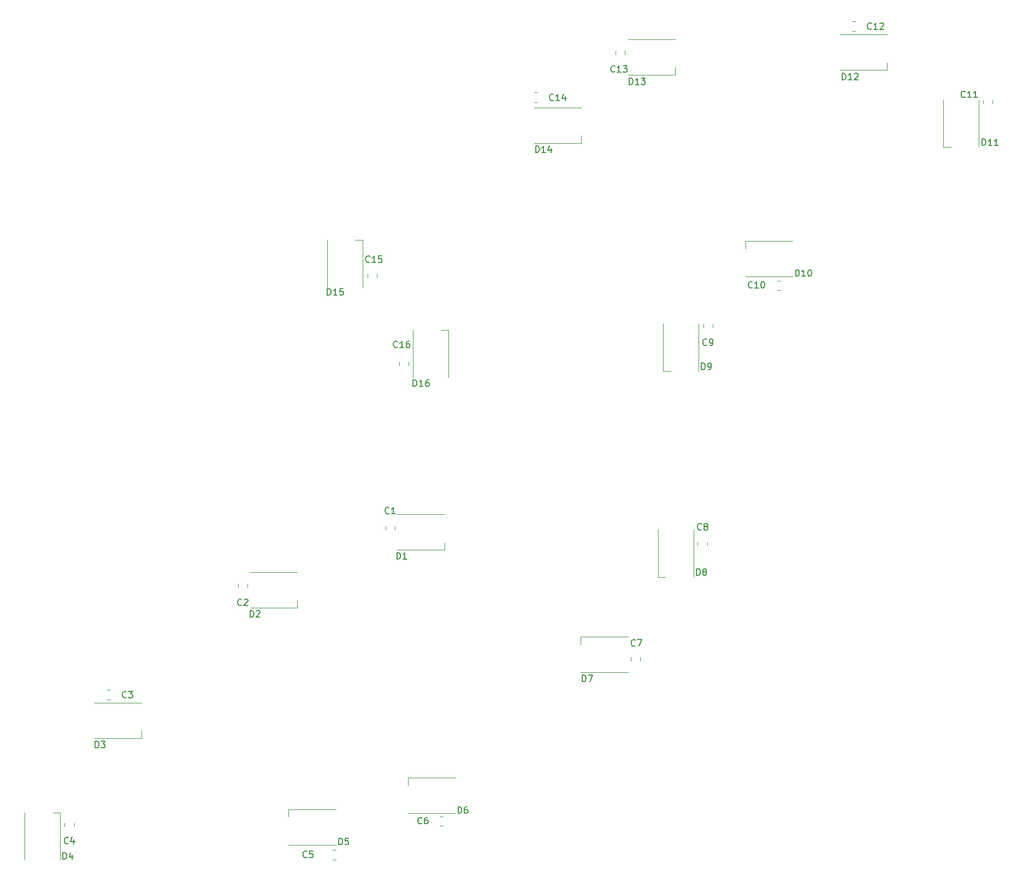
<source format=gbr>
%TF.GenerationSoftware,KiCad,Pcbnew,(6.0.1)*%
%TF.CreationDate,2022-03-23T16:25:01+01:00*%
%TF.ProjectId,pcb_v1,7063625f-7631-42e6-9b69-6361645f7063,v1*%
%TF.SameCoordinates,Original*%
%TF.FileFunction,Legend,Top*%
%TF.FilePolarity,Positive*%
%FSLAX46Y46*%
G04 Gerber Fmt 4.6, Leading zero omitted, Abs format (unit mm)*
G04 Created by KiCad (PCBNEW (6.0.1)) date 2022-03-23 16:25:01*
%MOMM*%
%LPD*%
G01*
G04 APERTURE LIST*
%ADD10C,0.150000*%
%ADD11C,0.120000*%
G04 APERTURE END LIST*
D10*
%TO.C,C13*%
X165537142Y-44677142D02*
X165489523Y-44724761D01*
X165346666Y-44772380D01*
X165251428Y-44772380D01*
X165108571Y-44724761D01*
X165013333Y-44629523D01*
X164965714Y-44534285D01*
X164918095Y-44343809D01*
X164918095Y-44200952D01*
X164965714Y-44010476D01*
X165013333Y-43915238D01*
X165108571Y-43820000D01*
X165251428Y-43772380D01*
X165346666Y-43772380D01*
X165489523Y-43820000D01*
X165537142Y-43867619D01*
X166489523Y-44772380D02*
X165918095Y-44772380D01*
X166203809Y-44772380D02*
X166203809Y-43772380D01*
X166108571Y-43915238D01*
X166013333Y-44010476D01*
X165918095Y-44058095D01*
X166822857Y-43772380D02*
X167441904Y-43772380D01*
X167108571Y-44153333D01*
X167251428Y-44153333D01*
X167346666Y-44200952D01*
X167394285Y-44248571D01*
X167441904Y-44343809D01*
X167441904Y-44581904D01*
X167394285Y-44677142D01*
X167346666Y-44724761D01*
X167251428Y-44772380D01*
X166965714Y-44772380D01*
X166870476Y-44724761D01*
X166822857Y-44677142D01*
%TO.C,D10*%
X193565714Y-76392380D02*
X193565714Y-75392380D01*
X193803809Y-75392380D01*
X193946666Y-75440000D01*
X194041904Y-75535238D01*
X194089523Y-75630476D01*
X194137142Y-75820952D01*
X194137142Y-75963809D01*
X194089523Y-76154285D01*
X194041904Y-76249523D01*
X193946666Y-76344761D01*
X193803809Y-76392380D01*
X193565714Y-76392380D01*
X195089523Y-76392380D02*
X194518095Y-76392380D01*
X194803809Y-76392380D02*
X194803809Y-75392380D01*
X194708571Y-75535238D01*
X194613333Y-75630476D01*
X194518095Y-75678095D01*
X195708571Y-75392380D02*
X195803809Y-75392380D01*
X195899047Y-75440000D01*
X195946666Y-75487619D01*
X195994285Y-75582857D01*
X196041904Y-75773333D01*
X196041904Y-76011428D01*
X195994285Y-76201904D01*
X195946666Y-76297142D01*
X195899047Y-76344761D01*
X195803809Y-76392380D01*
X195708571Y-76392380D01*
X195613333Y-76344761D01*
X195565714Y-76297142D01*
X195518095Y-76201904D01*
X195470476Y-76011428D01*
X195470476Y-75773333D01*
X195518095Y-75582857D01*
X195565714Y-75487619D01*
X195613333Y-75440000D01*
X195708571Y-75392380D01*
%TO.C,C4*%
X80813333Y-164207142D02*
X80765714Y-164254761D01*
X80622857Y-164302380D01*
X80527619Y-164302380D01*
X80384761Y-164254761D01*
X80289523Y-164159523D01*
X80241904Y-164064285D01*
X80194285Y-163873809D01*
X80194285Y-163730952D01*
X80241904Y-163540476D01*
X80289523Y-163445238D01*
X80384761Y-163350000D01*
X80527619Y-163302380D01*
X80622857Y-163302380D01*
X80765714Y-163350000D01*
X80813333Y-163397619D01*
X81670476Y-163635714D02*
X81670476Y-164302380D01*
X81432380Y-163254761D02*
X81194285Y-163969047D01*
X81813333Y-163969047D01*
%TO.C,D2*%
X109011904Y-129202380D02*
X109011904Y-128202380D01*
X109250000Y-128202380D01*
X109392857Y-128250000D01*
X109488095Y-128345238D01*
X109535714Y-128440476D01*
X109583333Y-128630952D01*
X109583333Y-128773809D01*
X109535714Y-128964285D01*
X109488095Y-129059523D01*
X109392857Y-129154761D01*
X109250000Y-129202380D01*
X109011904Y-129202380D01*
X109964285Y-128297619D02*
X110011904Y-128250000D01*
X110107142Y-128202380D01*
X110345238Y-128202380D01*
X110440476Y-128250000D01*
X110488095Y-128297619D01*
X110535714Y-128392857D01*
X110535714Y-128488095D01*
X110488095Y-128630952D01*
X109916666Y-129202380D01*
X110535714Y-129202380D01*
%TO.C,C14*%
X156047142Y-49097142D02*
X155999523Y-49144761D01*
X155856666Y-49192380D01*
X155761428Y-49192380D01*
X155618571Y-49144761D01*
X155523333Y-49049523D01*
X155475714Y-48954285D01*
X155428095Y-48763809D01*
X155428095Y-48620952D01*
X155475714Y-48430476D01*
X155523333Y-48335238D01*
X155618571Y-48240000D01*
X155761428Y-48192380D01*
X155856666Y-48192380D01*
X155999523Y-48240000D01*
X156047142Y-48287619D01*
X156999523Y-49192380D02*
X156428095Y-49192380D01*
X156713809Y-49192380D02*
X156713809Y-48192380D01*
X156618571Y-48335238D01*
X156523333Y-48430476D01*
X156428095Y-48478095D01*
X157856666Y-48525714D02*
X157856666Y-49192380D01*
X157618571Y-48144761D02*
X157380476Y-48859047D01*
X157999523Y-48859047D01*
%TO.C,C9*%
X179803333Y-87027142D02*
X179755714Y-87074761D01*
X179612857Y-87122380D01*
X179517619Y-87122380D01*
X179374761Y-87074761D01*
X179279523Y-86979523D01*
X179231904Y-86884285D01*
X179184285Y-86693809D01*
X179184285Y-86550952D01*
X179231904Y-86360476D01*
X179279523Y-86265238D01*
X179374761Y-86170000D01*
X179517619Y-86122380D01*
X179612857Y-86122380D01*
X179755714Y-86170000D01*
X179803333Y-86217619D01*
X180279523Y-87122380D02*
X180470000Y-87122380D01*
X180565238Y-87074761D01*
X180612857Y-87027142D01*
X180708095Y-86884285D01*
X180755714Y-86693809D01*
X180755714Y-86312857D01*
X180708095Y-86217619D01*
X180660476Y-86170000D01*
X180565238Y-86122380D01*
X180374761Y-86122380D01*
X180279523Y-86170000D01*
X180231904Y-86217619D01*
X180184285Y-86312857D01*
X180184285Y-86550952D01*
X180231904Y-86646190D01*
X180279523Y-86693809D01*
X180374761Y-86741428D01*
X180565238Y-86741428D01*
X180660476Y-86693809D01*
X180708095Y-86646190D01*
X180755714Y-86550952D01*
%TO.C,D16*%
X134285714Y-93452380D02*
X134285714Y-92452380D01*
X134523809Y-92452380D01*
X134666666Y-92500000D01*
X134761904Y-92595238D01*
X134809523Y-92690476D01*
X134857142Y-92880952D01*
X134857142Y-93023809D01*
X134809523Y-93214285D01*
X134761904Y-93309523D01*
X134666666Y-93404761D01*
X134523809Y-93452380D01*
X134285714Y-93452380D01*
X135809523Y-93452380D02*
X135238095Y-93452380D01*
X135523809Y-93452380D02*
X135523809Y-92452380D01*
X135428571Y-92595238D01*
X135333333Y-92690476D01*
X135238095Y-92738095D01*
X136666666Y-92452380D02*
X136476190Y-92452380D01*
X136380952Y-92500000D01*
X136333333Y-92547619D01*
X136238095Y-92690476D01*
X136190476Y-92880952D01*
X136190476Y-93261904D01*
X136238095Y-93357142D01*
X136285714Y-93404761D01*
X136380952Y-93452380D01*
X136571428Y-93452380D01*
X136666666Y-93404761D01*
X136714285Y-93357142D01*
X136761904Y-93261904D01*
X136761904Y-93023809D01*
X136714285Y-92928571D01*
X136666666Y-92880952D01*
X136571428Y-92833333D01*
X136380952Y-92833333D01*
X136285714Y-92880952D01*
X136238095Y-92928571D01*
X136190476Y-93023809D01*
%TO.C,C11*%
X219857142Y-48607142D02*
X219809523Y-48654761D01*
X219666666Y-48702380D01*
X219571428Y-48702380D01*
X219428571Y-48654761D01*
X219333333Y-48559523D01*
X219285714Y-48464285D01*
X219238095Y-48273809D01*
X219238095Y-48130952D01*
X219285714Y-47940476D01*
X219333333Y-47845238D01*
X219428571Y-47750000D01*
X219571428Y-47702380D01*
X219666666Y-47702380D01*
X219809523Y-47750000D01*
X219857142Y-47797619D01*
X220809523Y-48702380D02*
X220238095Y-48702380D01*
X220523809Y-48702380D02*
X220523809Y-47702380D01*
X220428571Y-47845238D01*
X220333333Y-47940476D01*
X220238095Y-47988095D01*
X221761904Y-48702380D02*
X221190476Y-48702380D01*
X221476190Y-48702380D02*
X221476190Y-47702380D01*
X221380952Y-47845238D01*
X221285714Y-47940476D01*
X221190476Y-47988095D01*
%TO.C,C5*%
X117833333Y-166357142D02*
X117785714Y-166404761D01*
X117642857Y-166452380D01*
X117547619Y-166452380D01*
X117404761Y-166404761D01*
X117309523Y-166309523D01*
X117261904Y-166214285D01*
X117214285Y-166023809D01*
X117214285Y-165880952D01*
X117261904Y-165690476D01*
X117309523Y-165595238D01*
X117404761Y-165500000D01*
X117547619Y-165452380D01*
X117642857Y-165452380D01*
X117785714Y-165500000D01*
X117833333Y-165547619D01*
X118738095Y-165452380D02*
X118261904Y-165452380D01*
X118214285Y-165928571D01*
X118261904Y-165880952D01*
X118357142Y-165833333D01*
X118595238Y-165833333D01*
X118690476Y-165880952D01*
X118738095Y-165928571D01*
X118785714Y-166023809D01*
X118785714Y-166261904D01*
X118738095Y-166357142D01*
X118690476Y-166404761D01*
X118595238Y-166452380D01*
X118357142Y-166452380D01*
X118261904Y-166404761D01*
X118214285Y-166357142D01*
%TO.C,C8*%
X178973333Y-115607142D02*
X178925714Y-115654761D01*
X178782857Y-115702380D01*
X178687619Y-115702380D01*
X178544761Y-115654761D01*
X178449523Y-115559523D01*
X178401904Y-115464285D01*
X178354285Y-115273809D01*
X178354285Y-115130952D01*
X178401904Y-114940476D01*
X178449523Y-114845238D01*
X178544761Y-114750000D01*
X178687619Y-114702380D01*
X178782857Y-114702380D01*
X178925714Y-114750000D01*
X178973333Y-114797619D01*
X179544761Y-115130952D02*
X179449523Y-115083333D01*
X179401904Y-115035714D01*
X179354285Y-114940476D01*
X179354285Y-114892857D01*
X179401904Y-114797619D01*
X179449523Y-114750000D01*
X179544761Y-114702380D01*
X179735238Y-114702380D01*
X179830476Y-114750000D01*
X179878095Y-114797619D01*
X179925714Y-114892857D01*
X179925714Y-114940476D01*
X179878095Y-115035714D01*
X179830476Y-115083333D01*
X179735238Y-115130952D01*
X179544761Y-115130952D01*
X179449523Y-115178571D01*
X179401904Y-115226190D01*
X179354285Y-115321428D01*
X179354285Y-115511904D01*
X179401904Y-115607142D01*
X179449523Y-115654761D01*
X179544761Y-115702380D01*
X179735238Y-115702380D01*
X179830476Y-115654761D01*
X179878095Y-115607142D01*
X179925714Y-115511904D01*
X179925714Y-115321428D01*
X179878095Y-115226190D01*
X179830476Y-115178571D01*
X179735238Y-115130952D01*
%TO.C,D7*%
X160511904Y-139202380D02*
X160511904Y-138202380D01*
X160750000Y-138202380D01*
X160892857Y-138250000D01*
X160988095Y-138345238D01*
X161035714Y-138440476D01*
X161083333Y-138630952D01*
X161083333Y-138773809D01*
X161035714Y-138964285D01*
X160988095Y-139059523D01*
X160892857Y-139154761D01*
X160750000Y-139202380D01*
X160511904Y-139202380D01*
X161416666Y-138202380D02*
X162083333Y-138202380D01*
X161654761Y-139202380D01*
%TO.C,D12*%
X200785714Y-45952380D02*
X200785714Y-44952380D01*
X201023809Y-44952380D01*
X201166666Y-45000000D01*
X201261904Y-45095238D01*
X201309523Y-45190476D01*
X201357142Y-45380952D01*
X201357142Y-45523809D01*
X201309523Y-45714285D01*
X201261904Y-45809523D01*
X201166666Y-45904761D01*
X201023809Y-45952380D01*
X200785714Y-45952380D01*
X202309523Y-45952380D02*
X201738095Y-45952380D01*
X202023809Y-45952380D02*
X202023809Y-44952380D01*
X201928571Y-45095238D01*
X201833333Y-45190476D01*
X201738095Y-45238095D01*
X202690476Y-45047619D02*
X202738095Y-45000000D01*
X202833333Y-44952380D01*
X203071428Y-44952380D01*
X203166666Y-45000000D01*
X203214285Y-45047619D01*
X203261904Y-45142857D01*
X203261904Y-45238095D01*
X203214285Y-45380952D01*
X202642857Y-45952380D01*
X203261904Y-45952380D01*
%TO.C,C12*%
X205327142Y-38047142D02*
X205279523Y-38094761D01*
X205136666Y-38142380D01*
X205041428Y-38142380D01*
X204898571Y-38094761D01*
X204803333Y-37999523D01*
X204755714Y-37904285D01*
X204708095Y-37713809D01*
X204708095Y-37570952D01*
X204755714Y-37380476D01*
X204803333Y-37285238D01*
X204898571Y-37190000D01*
X205041428Y-37142380D01*
X205136666Y-37142380D01*
X205279523Y-37190000D01*
X205327142Y-37237619D01*
X206279523Y-38142380D02*
X205708095Y-38142380D01*
X205993809Y-38142380D02*
X205993809Y-37142380D01*
X205898571Y-37285238D01*
X205803333Y-37380476D01*
X205708095Y-37428095D01*
X206660476Y-37237619D02*
X206708095Y-37190000D01*
X206803333Y-37142380D01*
X207041428Y-37142380D01*
X207136666Y-37190000D01*
X207184285Y-37237619D01*
X207231904Y-37332857D01*
X207231904Y-37428095D01*
X207184285Y-37570952D01*
X206612857Y-38142380D01*
X207231904Y-38142380D01*
%TO.C,D6*%
X141231904Y-159572380D02*
X141231904Y-158572380D01*
X141470000Y-158572380D01*
X141612857Y-158620000D01*
X141708095Y-158715238D01*
X141755714Y-158810476D01*
X141803333Y-159000952D01*
X141803333Y-159143809D01*
X141755714Y-159334285D01*
X141708095Y-159429523D01*
X141612857Y-159524761D01*
X141470000Y-159572380D01*
X141231904Y-159572380D01*
X142660476Y-158572380D02*
X142470000Y-158572380D01*
X142374761Y-158620000D01*
X142327142Y-158667619D01*
X142231904Y-158810476D01*
X142184285Y-159000952D01*
X142184285Y-159381904D01*
X142231904Y-159477142D01*
X142279523Y-159524761D01*
X142374761Y-159572380D01*
X142565238Y-159572380D01*
X142660476Y-159524761D01*
X142708095Y-159477142D01*
X142755714Y-159381904D01*
X142755714Y-159143809D01*
X142708095Y-159048571D01*
X142660476Y-159000952D01*
X142565238Y-158953333D01*
X142374761Y-158953333D01*
X142279523Y-159000952D01*
X142231904Y-159048571D01*
X142184285Y-159143809D01*
%TO.C,C16*%
X131857142Y-87357142D02*
X131809523Y-87404761D01*
X131666666Y-87452380D01*
X131571428Y-87452380D01*
X131428571Y-87404761D01*
X131333333Y-87309523D01*
X131285714Y-87214285D01*
X131238095Y-87023809D01*
X131238095Y-86880952D01*
X131285714Y-86690476D01*
X131333333Y-86595238D01*
X131428571Y-86500000D01*
X131571428Y-86452380D01*
X131666666Y-86452380D01*
X131809523Y-86500000D01*
X131857142Y-86547619D01*
X132809523Y-87452380D02*
X132238095Y-87452380D01*
X132523809Y-87452380D02*
X132523809Y-86452380D01*
X132428571Y-86595238D01*
X132333333Y-86690476D01*
X132238095Y-86738095D01*
X133666666Y-86452380D02*
X133476190Y-86452380D01*
X133380952Y-86500000D01*
X133333333Y-86547619D01*
X133238095Y-86690476D01*
X133190476Y-86880952D01*
X133190476Y-87261904D01*
X133238095Y-87357142D01*
X133285714Y-87404761D01*
X133380952Y-87452380D01*
X133571428Y-87452380D01*
X133666666Y-87404761D01*
X133714285Y-87357142D01*
X133761904Y-87261904D01*
X133761904Y-87023809D01*
X133714285Y-86928571D01*
X133666666Y-86880952D01*
X133571428Y-86833333D01*
X133380952Y-86833333D01*
X133285714Y-86880952D01*
X133238095Y-86928571D01*
X133190476Y-87023809D01*
%TO.C,C10*%
X186857142Y-78107142D02*
X186809523Y-78154761D01*
X186666666Y-78202380D01*
X186571428Y-78202380D01*
X186428571Y-78154761D01*
X186333333Y-78059523D01*
X186285714Y-77964285D01*
X186238095Y-77773809D01*
X186238095Y-77630952D01*
X186285714Y-77440476D01*
X186333333Y-77345238D01*
X186428571Y-77250000D01*
X186571428Y-77202380D01*
X186666666Y-77202380D01*
X186809523Y-77250000D01*
X186857142Y-77297619D01*
X187809523Y-78202380D02*
X187238095Y-78202380D01*
X187523809Y-78202380D02*
X187523809Y-77202380D01*
X187428571Y-77345238D01*
X187333333Y-77440476D01*
X187238095Y-77488095D01*
X188428571Y-77202380D02*
X188523809Y-77202380D01*
X188619047Y-77250000D01*
X188666666Y-77297619D01*
X188714285Y-77392857D01*
X188761904Y-77583333D01*
X188761904Y-77821428D01*
X188714285Y-78011904D01*
X188666666Y-78107142D01*
X188619047Y-78154761D01*
X188523809Y-78202380D01*
X188428571Y-78202380D01*
X188333333Y-78154761D01*
X188285714Y-78107142D01*
X188238095Y-78011904D01*
X188190476Y-77821428D01*
X188190476Y-77583333D01*
X188238095Y-77392857D01*
X188285714Y-77297619D01*
X188333333Y-77250000D01*
X188428571Y-77202380D01*
%TO.C,D4*%
X80011904Y-166702380D02*
X80011904Y-165702380D01*
X80250000Y-165702380D01*
X80392857Y-165750000D01*
X80488095Y-165845238D01*
X80535714Y-165940476D01*
X80583333Y-166130952D01*
X80583333Y-166273809D01*
X80535714Y-166464285D01*
X80488095Y-166559523D01*
X80392857Y-166654761D01*
X80250000Y-166702380D01*
X80011904Y-166702380D01*
X81440476Y-166035714D02*
X81440476Y-166702380D01*
X81202380Y-165654761D02*
X80964285Y-166369047D01*
X81583333Y-166369047D01*
%TO.C,C2*%
X107703333Y-127317142D02*
X107655714Y-127364761D01*
X107512857Y-127412380D01*
X107417619Y-127412380D01*
X107274761Y-127364761D01*
X107179523Y-127269523D01*
X107131904Y-127174285D01*
X107084285Y-126983809D01*
X107084285Y-126840952D01*
X107131904Y-126650476D01*
X107179523Y-126555238D01*
X107274761Y-126460000D01*
X107417619Y-126412380D01*
X107512857Y-126412380D01*
X107655714Y-126460000D01*
X107703333Y-126507619D01*
X108084285Y-126507619D02*
X108131904Y-126460000D01*
X108227142Y-126412380D01*
X108465238Y-126412380D01*
X108560476Y-126460000D01*
X108608095Y-126507619D01*
X108655714Y-126602857D01*
X108655714Y-126698095D01*
X108608095Y-126840952D01*
X108036666Y-127412380D01*
X108655714Y-127412380D01*
%TO.C,C15*%
X127537142Y-74167142D02*
X127489523Y-74214761D01*
X127346666Y-74262380D01*
X127251428Y-74262380D01*
X127108571Y-74214761D01*
X127013333Y-74119523D01*
X126965714Y-74024285D01*
X126918095Y-73833809D01*
X126918095Y-73690952D01*
X126965714Y-73500476D01*
X127013333Y-73405238D01*
X127108571Y-73310000D01*
X127251428Y-73262380D01*
X127346666Y-73262380D01*
X127489523Y-73310000D01*
X127537142Y-73357619D01*
X128489523Y-74262380D02*
X127918095Y-74262380D01*
X128203809Y-74262380D02*
X128203809Y-73262380D01*
X128108571Y-73405238D01*
X128013333Y-73500476D01*
X127918095Y-73548095D01*
X129394285Y-73262380D02*
X128918095Y-73262380D01*
X128870476Y-73738571D01*
X128918095Y-73690952D01*
X129013333Y-73643333D01*
X129251428Y-73643333D01*
X129346666Y-73690952D01*
X129394285Y-73738571D01*
X129441904Y-73833809D01*
X129441904Y-74071904D01*
X129394285Y-74167142D01*
X129346666Y-74214761D01*
X129251428Y-74262380D01*
X129013333Y-74262380D01*
X128918095Y-74214761D01*
X128870476Y-74167142D01*
%TO.C,D14*%
X153285714Y-57202380D02*
X153285714Y-56202380D01*
X153523809Y-56202380D01*
X153666666Y-56250000D01*
X153761904Y-56345238D01*
X153809523Y-56440476D01*
X153857142Y-56630952D01*
X153857142Y-56773809D01*
X153809523Y-56964285D01*
X153761904Y-57059523D01*
X153666666Y-57154761D01*
X153523809Y-57202380D01*
X153285714Y-57202380D01*
X154809523Y-57202380D02*
X154238095Y-57202380D01*
X154523809Y-57202380D02*
X154523809Y-56202380D01*
X154428571Y-56345238D01*
X154333333Y-56440476D01*
X154238095Y-56488095D01*
X155666666Y-56535714D02*
X155666666Y-57202380D01*
X155428571Y-56154761D02*
X155190476Y-56869047D01*
X155809523Y-56869047D01*
%TO.C,C7*%
X168703333Y-133607142D02*
X168655714Y-133654761D01*
X168512857Y-133702380D01*
X168417619Y-133702380D01*
X168274761Y-133654761D01*
X168179523Y-133559523D01*
X168131904Y-133464285D01*
X168084285Y-133273809D01*
X168084285Y-133130952D01*
X168131904Y-132940476D01*
X168179523Y-132845238D01*
X168274761Y-132750000D01*
X168417619Y-132702380D01*
X168512857Y-132702380D01*
X168655714Y-132750000D01*
X168703333Y-132797619D01*
X169036666Y-132702380D02*
X169703333Y-132702380D01*
X169274761Y-133702380D01*
%TO.C,C6*%
X135623333Y-161127142D02*
X135575714Y-161174761D01*
X135432857Y-161222380D01*
X135337619Y-161222380D01*
X135194761Y-161174761D01*
X135099523Y-161079523D01*
X135051904Y-160984285D01*
X135004285Y-160793809D01*
X135004285Y-160650952D01*
X135051904Y-160460476D01*
X135099523Y-160365238D01*
X135194761Y-160270000D01*
X135337619Y-160222380D01*
X135432857Y-160222380D01*
X135575714Y-160270000D01*
X135623333Y-160317619D01*
X136480476Y-160222380D02*
X136290000Y-160222380D01*
X136194761Y-160270000D01*
X136147142Y-160317619D01*
X136051904Y-160460476D01*
X136004285Y-160650952D01*
X136004285Y-161031904D01*
X136051904Y-161127142D01*
X136099523Y-161174761D01*
X136194761Y-161222380D01*
X136385238Y-161222380D01*
X136480476Y-161174761D01*
X136528095Y-161127142D01*
X136575714Y-161031904D01*
X136575714Y-160793809D01*
X136528095Y-160698571D01*
X136480476Y-160650952D01*
X136385238Y-160603333D01*
X136194761Y-160603333D01*
X136099523Y-160650952D01*
X136051904Y-160698571D01*
X136004285Y-160793809D01*
%TO.C,C3*%
X89833333Y-141607142D02*
X89785714Y-141654761D01*
X89642857Y-141702380D01*
X89547619Y-141702380D01*
X89404761Y-141654761D01*
X89309523Y-141559523D01*
X89261904Y-141464285D01*
X89214285Y-141273809D01*
X89214285Y-141130952D01*
X89261904Y-140940476D01*
X89309523Y-140845238D01*
X89404761Y-140750000D01*
X89547619Y-140702380D01*
X89642857Y-140702380D01*
X89785714Y-140750000D01*
X89833333Y-140797619D01*
X90166666Y-140702380D02*
X90785714Y-140702380D01*
X90452380Y-141083333D01*
X90595238Y-141083333D01*
X90690476Y-141130952D01*
X90738095Y-141178571D01*
X90785714Y-141273809D01*
X90785714Y-141511904D01*
X90738095Y-141607142D01*
X90690476Y-141654761D01*
X90595238Y-141702380D01*
X90309523Y-141702380D01*
X90214285Y-141654761D01*
X90166666Y-141607142D01*
%TO.C,D11*%
X222495714Y-56122380D02*
X222495714Y-55122380D01*
X222733809Y-55122380D01*
X222876666Y-55170000D01*
X222971904Y-55265238D01*
X223019523Y-55360476D01*
X223067142Y-55550952D01*
X223067142Y-55693809D01*
X223019523Y-55884285D01*
X222971904Y-55979523D01*
X222876666Y-56074761D01*
X222733809Y-56122380D01*
X222495714Y-56122380D01*
X224019523Y-56122380D02*
X223448095Y-56122380D01*
X223733809Y-56122380D02*
X223733809Y-55122380D01*
X223638571Y-55265238D01*
X223543333Y-55360476D01*
X223448095Y-55408095D01*
X224971904Y-56122380D02*
X224400476Y-56122380D01*
X224686190Y-56122380D02*
X224686190Y-55122380D01*
X224590952Y-55265238D01*
X224495714Y-55360476D01*
X224400476Y-55408095D01*
%TO.C,D1*%
X131761904Y-120202380D02*
X131761904Y-119202380D01*
X132000000Y-119202380D01*
X132142857Y-119250000D01*
X132238095Y-119345238D01*
X132285714Y-119440476D01*
X132333333Y-119630952D01*
X132333333Y-119773809D01*
X132285714Y-119964285D01*
X132238095Y-120059523D01*
X132142857Y-120154761D01*
X132000000Y-120202380D01*
X131761904Y-120202380D01*
X133285714Y-120202380D02*
X132714285Y-120202380D01*
X133000000Y-120202380D02*
X133000000Y-119202380D01*
X132904761Y-119345238D01*
X132809523Y-119440476D01*
X132714285Y-119488095D01*
%TO.C,D5*%
X122761904Y-164452380D02*
X122761904Y-163452380D01*
X123000000Y-163452380D01*
X123142857Y-163500000D01*
X123238095Y-163595238D01*
X123285714Y-163690476D01*
X123333333Y-163880952D01*
X123333333Y-164023809D01*
X123285714Y-164214285D01*
X123238095Y-164309523D01*
X123142857Y-164404761D01*
X123000000Y-164452380D01*
X122761904Y-164452380D01*
X124238095Y-163452380D02*
X123761904Y-163452380D01*
X123714285Y-163928571D01*
X123761904Y-163880952D01*
X123857142Y-163833333D01*
X124095238Y-163833333D01*
X124190476Y-163880952D01*
X124238095Y-163928571D01*
X124285714Y-164023809D01*
X124285714Y-164261904D01*
X124238095Y-164357142D01*
X124190476Y-164404761D01*
X124095238Y-164452380D01*
X123857142Y-164452380D01*
X123761904Y-164404761D01*
X123714285Y-164357142D01*
%TO.C,D8*%
X178221904Y-122722380D02*
X178221904Y-121722380D01*
X178460000Y-121722380D01*
X178602857Y-121770000D01*
X178698095Y-121865238D01*
X178745714Y-121960476D01*
X178793333Y-122150952D01*
X178793333Y-122293809D01*
X178745714Y-122484285D01*
X178698095Y-122579523D01*
X178602857Y-122674761D01*
X178460000Y-122722380D01*
X178221904Y-122722380D01*
X179364761Y-122150952D02*
X179269523Y-122103333D01*
X179221904Y-122055714D01*
X179174285Y-121960476D01*
X179174285Y-121912857D01*
X179221904Y-121817619D01*
X179269523Y-121770000D01*
X179364761Y-121722380D01*
X179555238Y-121722380D01*
X179650476Y-121770000D01*
X179698095Y-121817619D01*
X179745714Y-121912857D01*
X179745714Y-121960476D01*
X179698095Y-122055714D01*
X179650476Y-122103333D01*
X179555238Y-122150952D01*
X179364761Y-122150952D01*
X179269523Y-122198571D01*
X179221904Y-122246190D01*
X179174285Y-122341428D01*
X179174285Y-122531904D01*
X179221904Y-122627142D01*
X179269523Y-122674761D01*
X179364761Y-122722380D01*
X179555238Y-122722380D01*
X179650476Y-122674761D01*
X179698095Y-122627142D01*
X179745714Y-122531904D01*
X179745714Y-122341428D01*
X179698095Y-122246190D01*
X179650476Y-122198571D01*
X179555238Y-122150952D01*
%TO.C,C1*%
X130553333Y-113107142D02*
X130505714Y-113154761D01*
X130362857Y-113202380D01*
X130267619Y-113202380D01*
X130124761Y-113154761D01*
X130029523Y-113059523D01*
X129981904Y-112964285D01*
X129934285Y-112773809D01*
X129934285Y-112630952D01*
X129981904Y-112440476D01*
X130029523Y-112345238D01*
X130124761Y-112250000D01*
X130267619Y-112202380D01*
X130362857Y-112202380D01*
X130505714Y-112250000D01*
X130553333Y-112297619D01*
X131505714Y-113202380D02*
X130934285Y-113202380D01*
X131220000Y-113202380D02*
X131220000Y-112202380D01*
X131124761Y-112345238D01*
X131029523Y-112440476D01*
X130934285Y-112488095D01*
%TO.C,D9*%
X178991904Y-90862380D02*
X178991904Y-89862380D01*
X179230000Y-89862380D01*
X179372857Y-89910000D01*
X179468095Y-90005238D01*
X179515714Y-90100476D01*
X179563333Y-90290952D01*
X179563333Y-90433809D01*
X179515714Y-90624285D01*
X179468095Y-90719523D01*
X179372857Y-90814761D01*
X179230000Y-90862380D01*
X178991904Y-90862380D01*
X180039523Y-90862380D02*
X180230000Y-90862380D01*
X180325238Y-90814761D01*
X180372857Y-90767142D01*
X180468095Y-90624285D01*
X180515714Y-90433809D01*
X180515714Y-90052857D01*
X180468095Y-89957619D01*
X180420476Y-89910000D01*
X180325238Y-89862380D01*
X180134761Y-89862380D01*
X180039523Y-89910000D01*
X179991904Y-89957619D01*
X179944285Y-90052857D01*
X179944285Y-90290952D01*
X179991904Y-90386190D01*
X180039523Y-90433809D01*
X180134761Y-90481428D01*
X180325238Y-90481428D01*
X180420476Y-90433809D01*
X180468095Y-90386190D01*
X180515714Y-90290952D01*
%TO.C,D3*%
X85011904Y-149452380D02*
X85011904Y-148452380D01*
X85250000Y-148452380D01*
X85392857Y-148500000D01*
X85488095Y-148595238D01*
X85535714Y-148690476D01*
X85583333Y-148880952D01*
X85583333Y-149023809D01*
X85535714Y-149214285D01*
X85488095Y-149309523D01*
X85392857Y-149404761D01*
X85250000Y-149452380D01*
X85011904Y-149452380D01*
X85916666Y-148452380D02*
X86535714Y-148452380D01*
X86202380Y-148833333D01*
X86345238Y-148833333D01*
X86440476Y-148880952D01*
X86488095Y-148928571D01*
X86535714Y-149023809D01*
X86535714Y-149261904D01*
X86488095Y-149357142D01*
X86440476Y-149404761D01*
X86345238Y-149452380D01*
X86059523Y-149452380D01*
X85964285Y-149404761D01*
X85916666Y-149357142D01*
%TO.C,D15*%
X120995714Y-79322380D02*
X120995714Y-78322380D01*
X121233809Y-78322380D01*
X121376666Y-78370000D01*
X121471904Y-78465238D01*
X121519523Y-78560476D01*
X121567142Y-78750952D01*
X121567142Y-78893809D01*
X121519523Y-79084285D01*
X121471904Y-79179523D01*
X121376666Y-79274761D01*
X121233809Y-79322380D01*
X120995714Y-79322380D01*
X122519523Y-79322380D02*
X121948095Y-79322380D01*
X122233809Y-79322380D02*
X122233809Y-78322380D01*
X122138571Y-78465238D01*
X122043333Y-78560476D01*
X121948095Y-78608095D01*
X123424285Y-78322380D02*
X122948095Y-78322380D01*
X122900476Y-78798571D01*
X122948095Y-78750952D01*
X123043333Y-78703333D01*
X123281428Y-78703333D01*
X123376666Y-78750952D01*
X123424285Y-78798571D01*
X123471904Y-78893809D01*
X123471904Y-79131904D01*
X123424285Y-79227142D01*
X123376666Y-79274761D01*
X123281428Y-79322380D01*
X123043333Y-79322380D01*
X122948095Y-79274761D01*
X122900476Y-79227142D01*
%TO.C,D13*%
X167785714Y-46702380D02*
X167785714Y-45702380D01*
X168023809Y-45702380D01*
X168166666Y-45750000D01*
X168261904Y-45845238D01*
X168309523Y-45940476D01*
X168357142Y-46130952D01*
X168357142Y-46273809D01*
X168309523Y-46464285D01*
X168261904Y-46559523D01*
X168166666Y-46654761D01*
X168023809Y-46702380D01*
X167785714Y-46702380D01*
X169309523Y-46702380D02*
X168738095Y-46702380D01*
X169023809Y-46702380D02*
X169023809Y-45702380D01*
X168928571Y-45845238D01*
X168833333Y-45940476D01*
X168738095Y-45988095D01*
X169642857Y-45702380D02*
X170261904Y-45702380D01*
X169928571Y-46083333D01*
X170071428Y-46083333D01*
X170166666Y-46130952D01*
X170214285Y-46178571D01*
X170261904Y-46273809D01*
X170261904Y-46511904D01*
X170214285Y-46607142D01*
X170166666Y-46654761D01*
X170071428Y-46702380D01*
X169785714Y-46702380D01*
X169690476Y-46654761D01*
X169642857Y-46607142D01*
D11*
%TO.C,C13*%
X167125000Y-42031252D02*
X167125000Y-41508748D01*
X165655000Y-42031252D02*
X165655000Y-41508748D01*
%TO.C,D10*%
X185800000Y-70975000D02*
X185800000Y-72125000D01*
X193100000Y-70975000D02*
X185800000Y-70975000D01*
X193100000Y-76475000D02*
X185800000Y-76475000D01*
%TO.C,C4*%
X80265000Y-161088748D02*
X80265000Y-161611252D01*
X81735000Y-161088748D02*
X81735000Y-161611252D01*
%TO.C,D2*%
X116300000Y-127750000D02*
X116300000Y-126600000D01*
X109000000Y-122250000D02*
X116300000Y-122250000D01*
X109000000Y-127750000D02*
X116300000Y-127750000D01*
%TO.C,C14*%
X153028748Y-47935000D02*
X153551252Y-47935000D01*
X153028748Y-49405000D02*
X153551252Y-49405000D01*
%TO.C,C9*%
X180735000Y-83768748D02*
X180735000Y-84291252D01*
X179265000Y-83768748D02*
X179265000Y-84291252D01*
%TO.C,D16*%
X139775000Y-84750000D02*
X138625000Y-84750000D01*
X139775000Y-92050000D02*
X139775000Y-84750000D01*
X134275000Y-92050000D02*
X134275000Y-84750000D01*
%TO.C,C11*%
X222605000Y-49078748D02*
X222605000Y-49601252D01*
X224075000Y-49078748D02*
X224075000Y-49601252D01*
%TO.C,C5*%
X122281252Y-166765000D02*
X121758748Y-166765000D01*
X122281252Y-165295000D02*
X121758748Y-165295000D01*
%TO.C,C8*%
X179855000Y-118081252D02*
X179855000Y-117558748D01*
X178385000Y-118081252D02*
X178385000Y-117558748D01*
%TO.C,D7*%
X167575000Y-132250000D02*
X160275000Y-132250000D01*
X167575000Y-137750000D02*
X160275000Y-137750000D01*
X160275000Y-132250000D02*
X160275000Y-133400000D01*
%TO.C,D12*%
X207725000Y-44475000D02*
X207725000Y-43325000D01*
X200425000Y-44475000D02*
X207725000Y-44475000D01*
X200425000Y-38975000D02*
X207725000Y-38975000D01*
%TO.C,C12*%
X202831252Y-36925000D02*
X202308748Y-36925000D01*
X202831252Y-38395000D02*
X202308748Y-38395000D01*
%TO.C,D6*%
X140825000Y-159600000D02*
X133525000Y-159600000D01*
X133525000Y-154100000D02*
X133525000Y-155250000D01*
X140825000Y-154100000D02*
X133525000Y-154100000D01*
%TO.C,C16*%
X133565000Y-89648748D02*
X133565000Y-90171252D01*
X132095000Y-89648748D02*
X132095000Y-90171252D01*
%TO.C,C10*%
X190698748Y-77105000D02*
X191221252Y-77105000D01*
X190698748Y-78575000D02*
X191221252Y-78575000D01*
%TO.C,D4*%
X74075000Y-166775000D02*
X74075000Y-159475000D01*
X79575000Y-166775000D02*
X79575000Y-159475000D01*
X79575000Y-159475000D02*
X78425000Y-159475000D01*
%TO.C,C2*%
X107145000Y-124591252D02*
X107145000Y-124068748D01*
X108615000Y-124591252D02*
X108615000Y-124068748D01*
%TO.C,C15*%
X127185000Y-76511252D02*
X127185000Y-75988748D01*
X128655000Y-76511252D02*
X128655000Y-75988748D01*
%TO.C,D14*%
X153025000Y-50250000D02*
X160325000Y-50250000D01*
X160325000Y-55750000D02*
X160325000Y-54600000D01*
X153025000Y-55750000D02*
X160325000Y-55750000D01*
%TO.C,C7*%
X168025000Y-135408748D02*
X168025000Y-135931252D01*
X169495000Y-135408748D02*
X169495000Y-135931252D01*
%TO.C,C6*%
X138418748Y-161575000D02*
X138941252Y-161575000D01*
X138418748Y-160105000D02*
X138941252Y-160105000D01*
%TO.C,C3*%
X87351252Y-141935000D02*
X86828748Y-141935000D01*
X87351252Y-140465000D02*
X86828748Y-140465000D01*
%TO.C,D11*%
X216475000Y-56400000D02*
X217625000Y-56400000D01*
X216475000Y-49100000D02*
X216475000Y-56400000D01*
X221975000Y-49100000D02*
X221975000Y-56400000D01*
%TO.C,D1*%
X131825000Y-113300000D02*
X139125000Y-113300000D01*
X131825000Y-118800000D02*
X139125000Y-118800000D01*
X139125000Y-118800000D02*
X139125000Y-117650000D01*
%TO.C,D5*%
X122275000Y-164475000D02*
X114975000Y-164475000D01*
X122275000Y-158975000D02*
X114975000Y-158975000D01*
X114975000Y-158975000D02*
X114975000Y-160125000D01*
%TO.C,D8*%
X177750000Y-115675000D02*
X177750000Y-122975000D01*
X172250000Y-115675000D02*
X172250000Y-122975000D01*
X172250000Y-122975000D02*
X173400000Y-122975000D01*
%TO.C,C1*%
X129985000Y-115651252D02*
X129985000Y-115128748D01*
X131455000Y-115651252D02*
X131455000Y-115128748D01*
%TO.C,D9*%
X173050000Y-83750000D02*
X173050000Y-91050000D01*
X173050000Y-91050000D02*
X174200000Y-91050000D01*
X178550000Y-83750000D02*
X178550000Y-91050000D01*
%TO.C,D3*%
X84900000Y-147950000D02*
X92200000Y-147950000D01*
X84900000Y-142450000D02*
X92200000Y-142450000D01*
X92200000Y-147950000D02*
X92200000Y-146800000D01*
%TO.C,D15*%
X126450000Y-78100000D02*
X126450000Y-70800000D01*
X126450000Y-70800000D02*
X125300000Y-70800000D01*
X120950000Y-78100000D02*
X120950000Y-70800000D01*
%TO.C,D13*%
X167575000Y-45200000D02*
X174875000Y-45200000D01*
X167575000Y-39700000D02*
X174875000Y-39700000D01*
X174875000Y-45200000D02*
X174875000Y-44050000D01*
%TD*%
M02*

</source>
